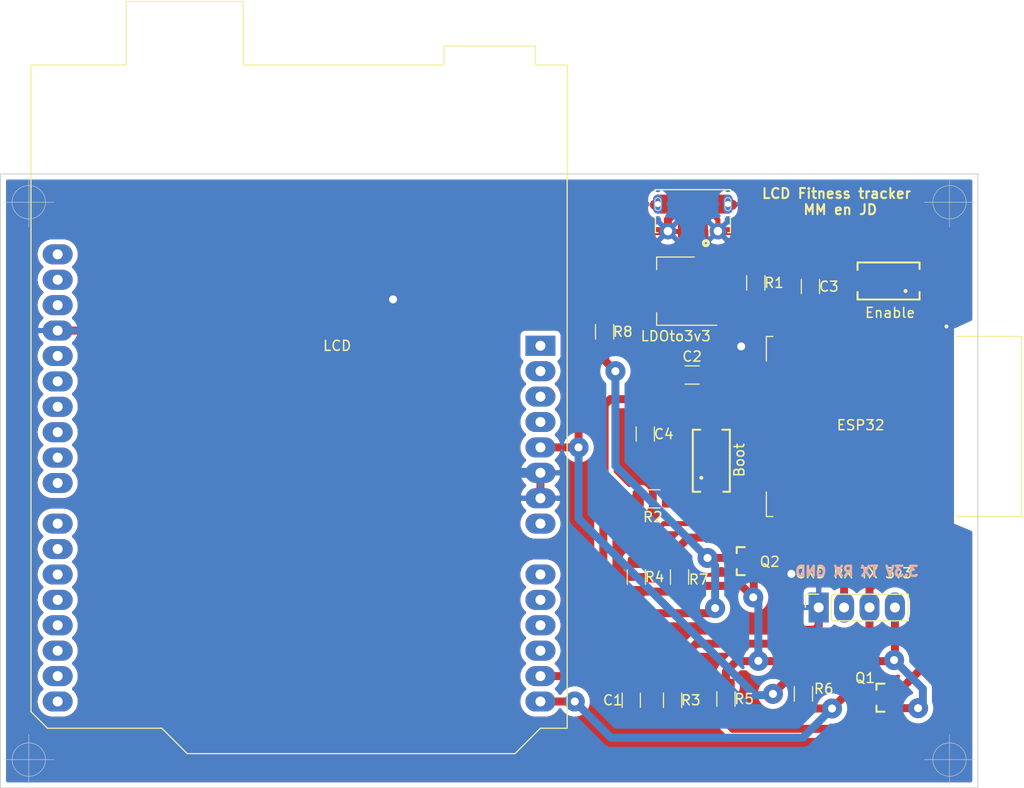
<source format=kicad_pcb>
(kicad_pcb (version 20171130) (host pcbnew "(5.1.7)-1")
  (layers (0 F.Cu signal) (31 B.Cu signal) (34 B.Paste user) (35 F.Paste user) (36 B.SilkS user) (37 F.SilkS user) (38 B.Mask user) (39 F.Mask user) (44 Edge.Cuts user))
  (net 0 "")
  (net 1 "Net-(C1-Pad1)")
  (net 2 GND)
  (net 3 "Net-(C3-Pad1)")
  (net 4 "Net-(BootButton1-Pad1)")
  (net 5 "Net-(R4-Pad1)")
  (net 6 "Net-(U1-Pad4)")
  (net 7 "Net-(U1-Pad5)")
  (net 8 "Net-(U1-Pad6)")
  (net 9 "Net-(U1-Pad7)")
  (net 10 "Net-(U1-Pad8)")
  (net 11 "Net-(U1-Pad9)")
  (net 12 "Net-(U1-Pad10)")
  (net 13 "Net-(U1-Pad11)")
  (net 14 "Net-(U1-Pad12)")
  (net 15 "Net-(U1-Pad13)")
  (net 16 "Net-(U1-Pad14)")
  (net 17 "Net-(U1-Pad16)")
  (net 18 "Net-(U1-Pad23)")
  (net 19 "Net-(U1-Pad24)")
  (net 20 "Net-(U1-Pad26)")
  (net 21 "Net-(U1-Pad27)")
  (net 22 "Net-(U1-Pad28)")
  (net 23 "Net-(U1-Pad30)")
  (net 24 "Net-(U1-Pad31)")
  (net 25 "Net-(U1-Pad37)")
  (net 26 "Net-(A1-Pad16)")
  (net 27 "Net-(A1-Pad15)")
  (net 28 "Net-(A1-Pad30)")
  (net 29 "Net-(A1-Pad14)")
  (net 30 "Net-(A1-Pad13)")
  (net 31 "Net-(A1-Pad28)")
  (net 32 "Net-(A1-Pad12)")
  (net 33 "Net-(A1-Pad27)")
  (net 34 "Net-(A1-Pad11)")
  (net 35 "Net-(A1-Pad26)")
  (net 36 "Net-(A1-Pad10)")
  (net 37 "Net-(A1-Pad25)")
  (net 38 "Net-(A1-Pad9)")
  (net 39 "Net-(A1-Pad24)")
  (net 40 "Net-(A1-Pad8)")
  (net 41 "Net-(A1-Pad23)")
  (net 42 "Net-(A1-Pad22)")
  (net 43 "Net-(A1-Pad21)")
  (net 44 "Net-(A1-Pad5)")
  (net 45 "Net-(A1-Pad20)")
  (net 46 "Net-(A1-Pad4)")
  (net 47 "Net-(A1-Pad19)")
  (net 48 "Net-(A1-Pad3)")
  (net 49 "Net-(A1-Pad18)")
  (net 50 "Net-(A1-Pad2)")
  (net 51 "Net-(A1-Pad17)")
  (net 52 "Net-(A1-Pad1)")
  (net 53 "Net-(A1-Pad31)")
  (net 54 "Net-(A1-Pad32)")
  (net 55 "Net-(micro_usb1-Pad4)")
  (net 56 "Net-(Programmeer_Header1-Pad3)")
  (net 57 "Net-(Programmeer_Header1-Pad2)")
  (net 58 "Net-(Q1-Pad1)")
  (net 59 "Net-(Q2-Pad1)")
  (net 60 "Net-(micro_usb1-Pad3)")
  (net 61 "Net-(micro_usb1-Pad2)")
  (module "ESP32-WROOM-32E__16MB_:MODULE_ESP32-WROOM-32E_(16MB)" (layer F.Cu) (at 197.258 90.8725 270)
    (fp_text reference ESP32 (at -0.131 3.329) (layer F.SilkS))
    (fp_text value "ESP32-WROOM-32E_(16MB)" hide)
    (fp_text user " " (at -6 -9 270) (layer F.Cu) (effects (font (thickness 0.05))))
    (pad 38 smd rect (at 8.5 -5.26 270) (size 2 0.9) (layers F.Cu F.Paste F.Mask) (net 2 GND))
    (pad 37 smd rect (at 8.5 -3.99 270) (size 2 0.9) (layers F.Cu F.Paste F.Mask) (net 25 "Net-(U1-Pad37)"))
    (pad 36 smd rect (at 8.5 -2.72 270) (size 2 0.9) (layers F.Cu F.Paste F.Mask) (net 58 "Net-(Q1-Pad1)"))
    (pad 35 smd rect (at 8.5 -1.45 270) (size 2 0.9) (layers F.Cu F.Paste F.Mask) (net 56 "Net-(Programmeer_Header1-Pad3)"))
    (pad 34 smd rect (at 8.5 -0.18 270) (size 2 0.9) (layers F.Cu F.Paste F.Mask) (net 57 "Net-(Programmeer_Header1-Pad2)"))
    (pad 33 smd rect (at 8.5 1.09 270) (size 2 0.9) (layers F.Cu F.Paste F.Mask) (net 59 "Net-(Q2-Pad1)"))
    (pad 32 smd rect (at 8.5 2.36 270) (size 2 0.9) (layers F.Cu F.Paste F.Mask))
    (pad 31 smd rect (at 8.5 3.63 270) (size 2 0.9) (layers F.Cu F.Paste F.Mask) (net 24 "Net-(U1-Pad31)"))
    (pad 30 smd rect (at 8.5 4.9 270) (size 2 0.9) (layers F.Cu F.Paste F.Mask) (net 23 "Net-(U1-Pad30)"))
    (pad 29 smd rect (at 8.5 6.17 270) (size 2 0.9) (layers F.Cu F.Paste F.Mask) (net 5 "Net-(R4-Pad1)"))
    (pad 28 smd rect (at 8.5 7.44 270) (size 2 0.9) (layers F.Cu F.Paste F.Mask) (net 22 "Net-(U1-Pad28)"))
    (pad 27 smd rect (at 8.5 8.71 270) (size 2 0.9) (layers F.Cu F.Paste F.Mask) (net 21 "Net-(U1-Pad27)"))
    (pad 26 smd rect (at 8.5 9.98 270) (size 2 0.9) (layers F.Cu F.Paste F.Mask) (net 20 "Net-(U1-Pad26)"))
    (pad 25 smd rect (at 8.5 11.25 270) (size 2 0.9) (layers F.Cu F.Paste F.Mask) (net 4 "Net-(BootButton1-Pad1)"))
    (pad 24 smd rect (at 5.715 12.25 270) (size 0.9 2) (layers F.Cu F.Paste F.Mask) (net 19 "Net-(U1-Pad24)"))
    (pad 23 smd rect (at 4.445 12.25 270) (size 0.9 2) (layers F.Cu F.Paste F.Mask) (net 18 "Net-(U1-Pad23)"))
    (pad 22 smd rect (at 3.175 12.25 270) (size 0.9 2) (layers F.Cu F.Paste F.Mask))
    (pad 21 smd rect (at 1.905 12.25 270) (size 0.9 2) (layers F.Cu F.Paste F.Mask))
    (pad 20 smd rect (at 0.635 12.25 270) (size 0.9 2) (layers F.Cu F.Paste F.Mask))
    (pad 19 smd rect (at -0.635 12.25 270) (size 0.9 2) (layers F.Cu F.Paste F.Mask))
    (pad 18 smd rect (at -1.905 12.25 270) (size 0.9 2) (layers F.Cu F.Paste F.Mask))
    (pad 17 smd rect (at -3.175 12.25 270) (size 0.9 2) (layers F.Cu F.Paste F.Mask))
    (pad 16 smd rect (at -4.445 12.25 270) (size 0.9 2) (layers F.Cu F.Paste F.Mask) (net 17 "Net-(U1-Pad16)"))
    (pad 15 smd rect (at -5.715 12.25 270) (size 0.9 2) (layers F.Cu F.Paste F.Mask) (net 2 GND))
    (pad 14 smd rect (at -8.5 11.25 270) (size 2 0.9) (layers F.Cu F.Paste F.Mask) (net 16 "Net-(U1-Pad14)"))
    (pad 13 smd rect (at -8.5 9.98 270) (size 2 0.9) (layers F.Cu F.Paste F.Mask) (net 15 "Net-(U1-Pad13)"))
    (pad 12 smd rect (at -8.5 8.71 270) (size 2 0.9) (layers F.Cu F.Paste F.Mask) (net 14 "Net-(U1-Pad12)"))
    (pad 11 smd rect (at -8.5 7.44 270) (size 2 0.9) (layers F.Cu F.Paste F.Mask) (net 13 "Net-(U1-Pad11)"))
    (pad 10 smd rect (at -8.5 6.17 270) (size 2 0.9) (layers F.Cu F.Paste F.Mask) (net 12 "Net-(U1-Pad10)"))
    (pad 9 smd rect (at -8.5 4.9 270) (size 2 0.9) (layers F.Cu F.Paste F.Mask) (net 11 "Net-(U1-Pad9)"))
    (pad 8 smd rect (at -8.5 3.63 270) (size 2 0.9) (layers F.Cu F.Paste F.Mask) (net 10 "Net-(U1-Pad8)"))
    (pad 7 smd rect (at -8.5 2.36 270) (size 2 0.9) (layers F.Cu F.Paste F.Mask) (net 9 "Net-(U1-Pad7)"))
    (pad 6 smd rect (at -8.5 1.09 270) (size 2 0.9) (layers F.Cu F.Paste F.Mask) (net 8 "Net-(U1-Pad6)"))
    (pad 5 smd rect (at -8.5 -0.18 270) (size 2 0.9) (layers F.Cu F.Paste F.Mask) (net 7 "Net-(U1-Pad5)"))
    (pad 4 smd rect (at -8.5 -1.45 270) (size 2 0.9) (layers F.Cu F.Paste F.Mask) (net 6 "Net-(U1-Pad4)"))
    (pad 3 smd rect (at -8.5 -2.72 270) (size 2 0.9) (layers F.Cu F.Paste F.Mask) (net 3 "Net-(C3-Pad1)"))
    (pad 2 smd rect (at -8.5 -3.99 270) (size 2 0.9) (layers F.Cu F.Paste F.Mask) (net 1 "Net-(C1-Pad1)"))
    (pad 1 smd rect (at -8.5 -5.26 270) (size 2 0.9) (layers F.Cu F.Paste F.Mask) (net 2 GND))
  )
  (module 2N7002:SOT23-3 (layer F.Cu) (at 182.245 104.3305 90)
    (fp_text reference Q2 (at -0.0635 2.6035) (layer F.SilkS))
    (fp_text value 2N7000 hide)
    (pad 1 smd rect (at 0.9525 1 90) (size 0.8 0.9) (layers F.Cu F.Paste F.Mask) (net 59 "Net-(Q2-Pad1)"))
    (pad 2 smd rect (at -0.9525 1.0033 90) (size 0.8 0.9) (layers F.Cu F.Paste F.Mask) (net 1 "Net-(C1-Pad1)"))
    (pad 3 smd rect (at 0 -1.1 270) (size 0.8 0.9) (layers F.Cu F.Paste F.Mask) (net 30 "Net-(A1-Pad13)"))
  )
  (module 2N7002:SOT23-3 (layer F.Cu) (at 196.215 117.983 90)
    (fp_text reference Q1 (at 1.9685 -1.8415 180) (layer F.SilkS))
    (fp_text value 2N7000 hide)
    (pad 3 smd rect (at 0 -1.1 90) (size 0.8 0.9) (layers F.Cu F.Paste F.Mask) (net 29 "Net-(A1-Pad14)"))
    (pad 2 smd rect (at -0.9652 1 90) (size 0.8 0.9) (layers F.Cu F.Paste F.Mask) (net 1 "Net-(C1-Pad1)"))
    (pad 1 smd rect (at 0.9652 1 90) (size 0.8 0.9) (layers F.Cu F.Paste F.Mask) (net 58 "Net-(Q1-Pad1)"))
  )
  (module Module:Arduino_UNO_R3 (layer F.Cu) (at 161.925 82.804 270)
    (fp_text reference LCD (at 0 20.32 180) (layer F.SilkS))
    (fp_text value Arduino_UNO_R3)
    (pad 16 thru_hole oval (at 33.02 48.26) (size 3 2) (drill 1) (layers *.Cu *.Mask) (net 26 "Net-(A1-Pad16)"))
    (pad 15 thru_hole oval (at 35.56 48.26) (size 3 2) (drill 1) (layers *.Cu *.Mask) (net 27 "Net-(A1-Pad15)"))
    (pad 30 thru_hole oval (at -4.06 48.26) (size 3 2) (drill 1) (layers *.Cu *.Mask) (net 28 "Net-(A1-Pad30)"))
    (pad 14 thru_hole oval (at 35.56 0) (size 3 2) (drill 1) (layers *.Cu *.Mask) (net 29 "Net-(A1-Pad14)"))
    (pad 29 thru_hole oval (at -1.52 48.26) (size 3 2) (drill 1) (layers *.Cu *.Mask) (net 2 GND))
    (pad 13 thru_hole oval (at 33.02 0) (size 3 2) (drill 1) (layers *.Cu *.Mask) (net 30 "Net-(A1-Pad13)"))
    (pad 28 thru_hole oval (at 1.02 48.26) (size 3 2) (drill 1) (layers *.Cu *.Mask) (net 31 "Net-(A1-Pad28)"))
    (pad 12 thru_hole oval (at 30.48 0) (size 3 2) (drill 1) (layers *.Cu *.Mask) (net 32 "Net-(A1-Pad12)"))
    (pad 27 thru_hole oval (at 3.56 48.26) (size 3 2) (drill 1) (layers *.Cu *.Mask) (net 33 "Net-(A1-Pad27)"))
    (pad 11 thru_hole oval (at 27.94 0) (size 3 2) (drill 1) (layers *.Cu *.Mask) (net 34 "Net-(A1-Pad11)"))
    (pad 26 thru_hole oval (at 6.1 48.26) (size 3 2) (drill 1) (layers *.Cu *.Mask) (net 35 "Net-(A1-Pad26)"))
    (pad 10 thru_hole oval (at 25.4 0) (size 3 2) (drill 1) (layers *.Cu *.Mask) (net 36 "Net-(A1-Pad10)"))
    (pad 25 thru_hole oval (at 8.64 48.26) (size 3 2) (drill 1) (layers *.Cu *.Mask) (net 37 "Net-(A1-Pad25)"))
    (pad 9 thru_hole oval (at 22.86 0) (size 3 2) (drill 1) (layers *.Cu *.Mask) (net 38 "Net-(A1-Pad9)"))
    (pad 24 thru_hole oval (at 11.18 48.26) (size 3 2) (drill 1) (layers *.Cu *.Mask) (net 39 "Net-(A1-Pad24)"))
    (pad 8 thru_hole oval (at 17.78 0) (size 3 2) (drill 1) (layers *.Cu *.Mask) (net 40 "Net-(A1-Pad8)"))
    (pad 23 thru_hole oval (at 13.72 48.26) (size 3 2) (drill 1) (layers *.Cu *.Mask) (net 41 "Net-(A1-Pad23)"))
    (pad 7 thru_hole oval (at 15.24 0) (size 3 2) (drill 1) (layers *.Cu *.Mask) (net 2 GND))
    (pad 22 thru_hole oval (at 17.78 48.26) (size 3 2) (drill 1) (layers *.Cu *.Mask) (net 42 "Net-(A1-Pad22)"))
    (pad 6 thru_hole oval (at 12.7 0) (size 3 2) (drill 1) (layers *.Cu *.Mask) (net 2 GND))
    (pad 21 thru_hole oval (at 20.32 48.26) (size 3 2) (drill 1) (layers *.Cu *.Mask) (net 43 "Net-(A1-Pad21)"))
    (pad 5 thru_hole oval (at 10.16 0) (size 3 2) (drill 1) (layers *.Cu *.Mask) (net 44 "Net-(A1-Pad5)"))
    (pad 20 thru_hole oval (at 22.86 48.26) (size 3 2) (drill 1) (layers *.Cu *.Mask) (net 45 "Net-(A1-Pad20)"))
    (pad 4 thru_hole oval (at 7.62 0) (size 3 2) (drill 1) (layers *.Cu *.Mask) (net 46 "Net-(A1-Pad4)"))
    (pad 19 thru_hole oval (at 25.4 48.26) (size 3 2) (drill 1) (layers *.Cu *.Mask) (net 47 "Net-(A1-Pad19)"))
    (pad 3 thru_hole oval (at 5.08 0) (size 3 2) (drill 1) (layers *.Cu *.Mask) (net 48 "Net-(A1-Pad3)"))
    (pad 18 thru_hole oval (at 27.94 48.26) (size 3 2) (drill 1) (layers *.Cu *.Mask) (net 49 "Net-(A1-Pad18)"))
    (pad 2 thru_hole oval (at 2.54 0) (size 3 2) (drill 1) (layers *.Cu *.Mask) (net 50 "Net-(A1-Pad2)"))
    (pad 17 thru_hole oval (at 30.48 48.26) (size 3 2) (drill 1) (layers *.Cu *.Mask) (net 51 "Net-(A1-Pad17)"))
    (pad 1 thru_hole rect (at 0 0) (size 3 2) (drill 1) (layers *.Cu *.Mask) (net 52 "Net-(A1-Pad1)"))
    (pad 31 thru_hole oval (at -6.6 48.26) (size 3 2) (drill 1) (layers *.Cu *.Mask) (net 53 "Net-(A1-Pad31)"))
    (pad 32 thru_hole oval (at -9.14 48.26) (size 3 2) (drill 1) (layers *.Cu *.Mask) (net 54 "Net-(A1-Pad32)"))
  )
  (module Connector_PinSocket_2.54mm:PinSocket_1x04_P2.54mm_Vertical (layer F.Cu) (at 189.738 108.966 90)
    (fp_text reference Header hide)
    (fp_text value Conn_01x04_Female)
    (pad 4 thru_hole oval (at 0 7.62 90) (size 3 2) (drill 1) (layers *.Cu *.Mask) (net 1 "Net-(C1-Pad1)"))
    (pad 3 thru_hole oval (at 0 5.08 90) (size 3 2) (drill 1) (layers *.Cu *.Mask) (net 56 "Net-(Programmeer_Header1-Pad3)"))
    (pad 2 thru_hole oval (at 0 2.54 90) (size 3 2) (drill 1) (layers *.Cu *.Mask) (net 57 "Net-(Programmeer_Header1-Pad2)"))
    (pad 1 thru_hole rect (at 0 0 90) (size 3 2) (drill 1) (layers *.Cu *.Mask) (net 2 GND))
  )
  (module 105017-1001:MOLEX_105017-1001 (layer F.Cu) (at 177.165 68.6435 180)
    (fp_text reference micro_usb1 hide)
    (fp_text value 105017-1001 hide)
    (fp_poly (pts (xy 3.5 -0.95) (xy 2.3 -0.95) (xy 2.3 0.95) (xy 3.5 0.95) (xy 3.52486 0.949349) (xy 3.54965 0.947398) (xy 3.57431 0.944152) (xy 3.59876 0.93962) (xy 3.62294 0.933815) (xy 3.64678 0.926752) (xy 3.67022 0.918451) (xy 3.6932 0.908934) (xy 3.71565 0.898228) (xy 3.7375 0.886362) (xy 3.7587 0.873369) (xy 3.7792 0.859283) (xy 3.79893 0.844144) (xy 3.81784 0.827994) (xy 3.83588 0.810876) (xy 3.85299 0.792837) (xy 3.86914 0.773927) (xy 3.88428 0.754198) (xy 3.89837 0.733704) (xy 3.91136 0.7125) (xy 3.92323 0.690645) (xy 3.93393 0.6682) (xy 3.94345 0.645225) (xy 3.95175 0.621783) (xy 3.95881 0.597939) (xy 3.96462 0.573758) (xy 3.96915 0.549306) (xy 3.9724 0.524651) (xy 3.97435 0.49986) (xy 3.975 0.475) (xy 3.975 -0.475) (xy 3.97435 -0.49986) (xy 3.9724 -0.524651) (xy 3.96915 -0.549306) (xy 3.96462 -0.573758) (xy 3.95881 -0.597939) (xy 3.95175 -0.621783) (xy 3.94345 -0.645225) (xy 3.93393 -0.6682) (xy 3.92323 -0.690645) (xy 3.91136 -0.7125) (xy 3.89837 -0.733704) (xy 3.88428 -0.754198) (xy 3.86914 -0.773927) (xy 3.85299 -0.792837) (xy 3.83588 -0.810876) (xy 3.81784 -0.827994) (xy 3.79893 -0.844144) (xy 3.7792 -0.859283) (xy 3.7587 -0.873369) (xy 3.7375 -0.886362) (xy 3.71565 -0.898228) (xy 3.6932 -0.908934) (xy 3.67022 -0.918451) (xy 3.64678 -0.926752) (xy 3.62294 -0.933815) (xy 3.59876 -0.93962) (xy 3.57431 -0.944152) (xy 3.54965 -0.947398) (xy 3.52486 -0.949349)) (layer F.Cu) (width 0.0001))
    (fp_poly (pts (xy -3.5 -0.95) (xy -2.3 -0.95) (xy -2.3 0.95) (xy -3.5 0.95) (xy -3.52486 0.949349) (xy -3.54965 0.947398) (xy -3.57431 0.944152) (xy -3.59876 0.93962) (xy -3.62294 0.933815) (xy -3.64678 0.926752) (xy -3.67022 0.918451) (xy -3.6932 0.908934) (xy -3.71565 0.898228) (xy -3.7375 0.886362) (xy -3.7587 0.873369) (xy -3.7792 0.859283) (xy -3.79893 0.844144) (xy -3.81784 0.827994) (xy -3.83588 0.810876) (xy -3.85299 0.792837) (xy -3.86914 0.773927) (xy -3.88428 0.754198) (xy -3.89837 0.733704) (xy -3.91136 0.7125) (xy -3.92323 0.690645) (xy -3.93393 0.6682) (xy -3.94345 0.645225) (xy -3.95175 0.621783) (xy -3.95881 0.597939) (xy -3.96462 0.573758) (xy -3.96915 0.549306) (xy -3.9724 0.524651) (xy -3.97435 0.49986) (xy -3.975 0.475) (xy -3.975 -0.475) (xy -3.97435 -0.49986) (xy -3.9724 -0.524651) (xy -3.96915 -0.549306) (xy -3.96462 -0.573758) (xy -3.95881 -0.597939) (xy -3.95175 -0.621783) (xy -3.94345 -0.645225) (xy -3.93393 -0.6682) (xy -3.92323 -0.690645) (xy -3.91136 -0.7125) (xy -3.89837 -0.733704) (xy -3.88428 -0.754198) (xy -3.86914 -0.773927) (xy -3.85299 -0.792837) (xy -3.83588 -0.810876) (xy -3.81784 -0.827994) (xy -3.79893 -0.844144) (xy -3.7792 -0.859283) (xy -3.7587 -0.873369) (xy -3.7375 -0.886362) (xy -3.71565 -0.898228) (xy -3.6932 -0.908934) (xy -3.67022 -0.918451) (xy -3.64678 -0.926752) (xy -3.62294 -0.933815) (xy -3.59876 -0.93962) (xy -3.57431 -0.944152) (xy -3.54965 -0.947398) (xy -3.52486 -0.949349)) (layer F.Cu) (width 0.0001))
    (fp_line (start 3.2 0.35) (end 3.2 -0.35) (layer Edge.Cuts) (width 0.1))
    (fp_line (start 3.8 -0.35) (end 3.8 0.35) (layer Edge.Cuts) (width 0.1))
    (fp_line (start -3.8 0.35) (end -3.8 -0.35) (layer Edge.Cuts) (width 0.1))
    (fp_line (start -3.2 -0.35) (end -3.2 0.35) (layer Edge.Cuts) (width 0.1))
    (fp_arc (start -3.5 -0.35) (end -3.2 -0.35) (angle -180) (layer Edge.Cuts) (width 0.1))
    (fp_arc (start -3.5 0.35) (end -3.8 0.35) (angle -180) (layer Edge.Cuts) (width 0.1))
    (fp_arc (start 3.5 -0.35) (end 3.8 -0.35) (angle -180) (layer Edge.Cuts) (width 0.1))
    (fp_arc (start 3.5 0.35) (end 3.2 0.35) (angle -180) (layer Edge.Cuts) (width 0.1))
    (fp_text user " " (at 4.25346 2.25183) (layer F.Cu) (effects (font (thickness 0.05))))
    (pad S1 thru_hole oval (at -3.5 0 270) (size 1.9 0.95) (drill 0.6) (layers *.Cu *.Mask) (net 2 GND))
    (pad S2 thru_hole oval (at 3.5 0 270) (size 1.9 0.95) (drill 0.6) (layers *.Cu *.Mask) (net 2 GND))
    (pad S5 smd rect (at -1 0 180) (size 1.5 1.9) (layers F.Cu F.Paste F.Mask) (net 2 GND))
    (pad S6 smd rect (at 1 0 180) (size 1.5 1.9) (layers F.Cu F.Paste F.Mask) (net 2 GND))
    (pad S3 thru_hole circle (at -2.5 -2.7 180) (size 1.65 1.65) (drill 0.85) (layers *.Cu *.Mask) (net 2 GND))
    (pad S4 thru_hole circle (at 2.5 -2.7 180) (size 1.65 1.65) (drill 0.85) (layers *.Cu *.Mask) (net 2 GND))
    (pad 1 smd rect (at -1.3 -2.675 180) (size 0.4 1.35) (layers F.Cu F.Paste F.Mask) (net 44 "Net-(A1-Pad5)"))
    (pad 2 smd rect (at -0.65 -2.675 180) (size 0.4 1.35) (layers F.Cu F.Paste F.Mask) (net 61 "Net-(micro_usb1-Pad2)"))
    (pad 3 smd rect (at 0 -2.675 180) (size 0.4 1.35) (layers F.Cu F.Paste F.Mask) (net 60 "Net-(micro_usb1-Pad3)"))
    (pad 4 smd rect (at 0.65 -2.675 180) (size 0.4 1.35) (layers F.Cu F.Paste F.Mask) (net 55 "Net-(micro_usb1-Pad4)"))
    (pad 5 smd rect (at 1.3 -2.675 180) (size 0.4 1.35) (layers F.Cu F.Paste F.Mask) (net 2 GND))
  )
  (module Capacitor_SMD:C_1206_3216Metric (layer F.Cu) (at 188.9125 76.884 270)
    (fp_text reference C3 (at 0 -1.85 180) (layer F.SilkS))
    (fp_text value 100nF)
    (pad 2 smd roundrect (at 1.475 0 270) (size 1.15 1.8) (layers F.Cu F.Paste F.Mask) (roundrect_rratio 0.2173904347826087) (net 2 GND))
    (pad 1 smd roundrect (at -1.475 0 270) (size 1.15 1.8) (layers F.Cu F.Paste F.Mask) (roundrect_rratio 0.2173904347826087) (net 3 "Net-(C3-Pad1)"))
  )
  (module Resistor_SMD:R_1206_3216Metric (layer F.Cu) (at 168.3385 81.405 270)
    (fp_text reference R8 (at 0 -1.82 180) (layer F.SilkS))
    (fp_text value 10k)
    (pad 2 smd roundrect (at 1.4625 0 270) (size 1.125 1.75) (layers F.Cu F.Paste F.Mask) (roundrect_rratio 0.2222195555555556) (net 30 "Net-(A1-Pad13)"))
    (pad 1 smd roundrect (at -1.4625 0 270) (size 1.125 1.75) (layers F.Cu F.Paste F.Mask) (roundrect_rratio 0.2222195555555556) (net 44 "Net-(A1-Pad5)"))
  )
  (module Resistor_SMD:R_1206_3216Metric (layer F.Cu) (at 175.8315 105.918 90)
    (fp_text reference R7 (at -0.254 1.905 180) (layer F.SilkS))
    (fp_text value 10k)
    (pad 2 smd roundrect (at 1.4625 0 90) (size 1.125 1.75) (layers F.Cu F.Paste F.Mask) (roundrect_rratio 0.2222195555555556) (net 59 "Net-(Q2-Pad1)"))
    (pad 1 smd roundrect (at -1.4625 0 90) (size 1.125 1.75) (layers F.Cu F.Paste F.Mask) (roundrect_rratio 0.2222195555555556) (net 1 "Net-(C1-Pad1)"))
  )
  (module Resistor_SMD:R_1206_3216Metric (layer F.Cu) (at 188.214 117.6 270)
    (fp_text reference R6 (at -0.506 -2.032 180) (layer F.SilkS))
    (fp_text value 10k)
    (pad 2 smd roundrect (at 1.4625 0 270) (size 1.125 1.75) (layers F.Cu F.Paste F.Mask) (roundrect_rratio 0.2222195555555556) (net 29 "Net-(A1-Pad14)"))
    (pad 1 smd roundrect (at -1.4625 0 270) (size 1.125 1.75) (layers F.Cu F.Paste F.Mask) (roundrect_rratio 0.2222195555555556) (net 44 "Net-(A1-Pad5)"))
  )
  (module Resistor_SMD:R_1206_3216Metric (layer F.Cu) (at 180.467 118.112 270)
    (fp_text reference R5 (at 0 -1.82 180) (layer F.SilkS))
    (fp_text value 10k)
    (pad 2 smd roundrect (at 1.4625 0 270) (size 1.125 1.75) (layers F.Cu F.Paste F.Mask) (roundrect_rratio 0.2222195555555556) (net 58 "Net-(Q1-Pad1)"))
    (pad 1 smd roundrect (at -1.4625 0 270) (size 1.125 1.75) (layers F.Cu F.Paste F.Mask) (roundrect_rratio 0.2222195555555556) (net 1 "Net-(C1-Pad1)"))
  )
  (module Resistor_SMD:R_1206_3216Metric (layer F.Cu) (at 171.5135 105.916 270)
    (fp_text reference R4 (at 0 -1.82 180) (layer F.SilkS))
    (fp_text value 4.7k)
    (pad 2 smd roundrect (at 1.4625 0 270) (size 1.125 1.75) (layers F.Cu F.Paste F.Mask) (roundrect_rratio 0.2222195555555556) (net 1 "Net-(C1-Pad1)"))
    (pad 1 smd roundrect (at -1.4625 0 270) (size 1.125 1.75) (layers F.Cu F.Paste F.Mask) (roundrect_rratio 0.2222195555555556) (net 5 "Net-(R4-Pad1)"))
  )
  (module Resistor_SMD:R_1206_3216Metric (layer F.Cu) (at 175.133 118.237 270)
    (fp_text reference R3 (at 0 -1.82 180) (layer F.SilkS))
    (fp_text value 4.7k)
    (pad 2 smd roundrect (at 1.4625 0 270) (size 1.125 1.75) (layers F.Cu F.Paste F.Mask) (roundrect_rratio 0.2222195555555556) (net 1 "Net-(C1-Pad1)"))
    (pad 1 smd roundrect (at -1.4625 0 270) (size 1.125 1.75) (layers F.Cu F.Paste F.Mask) (roundrect_rratio 0.2222195555555556) (net 56 "Net-(Programmeer_Header1-Pad3)"))
  )
  (module Resistor_SMD:R_1206_3216Metric (layer F.Cu) (at 173.1625 98.1075 180)
    (fp_text reference R2 (at 0 -1.82) (layer F.SilkS))
    (fp_text value 4.7k)
    (pad 1 smd roundrect (at -1.4625 0 180) (size 1.125 1.75) (layers F.Cu F.Paste F.Mask) (roundrect_rratio 0.2222195555555556) (net 4 "Net-(BootButton1-Pad1)"))
    (pad 2 smd roundrect (at 1.4625 0 180) (size 1.125 1.75) (layers F.Cu F.Paste F.Mask) (roundrect_rratio 0.2222195555555556) (net 1 "Net-(C1-Pad1)"))
  )
  (module Resistor_SMD:R_1206_3216Metric (layer F.Cu) (at 183.4515 76.5155 270)
    (fp_text reference R1 (at 0 -1.82 180) (layer F.SilkS))
    (fp_text value 4.7k)
    (pad 2 smd roundrect (at 1.4625 0 270) (size 1.125 1.75) (layers F.Cu F.Paste F.Mask) (roundrect_rratio 0.2222195555555556) (net 3 "Net-(C3-Pad1)"))
    (pad 1 smd roundrect (at -1.4625 0 270) (size 1.125 1.75) (layers F.Cu F.Paste F.Mask) (roundrect_rratio 0.2222195555555556) (net 1 "Net-(C1-Pad1)"))
  )
  (module Package_TO_SOT_SMD:SOT-223-3_TabPin2 (layer F.Cu) (at 175.4505 77.343 180)
    (fp_text reference LDOto3v3 (at 0 -4.5) (layer F.SilkS))
    (fp_text value AMS1117-3.3)
    (pad 1 smd rect (at -3.15 -2.3 180) (size 2 1.5) (layers F.Cu F.Paste F.Mask) (net 2 GND))
    (pad 3 smd rect (at -3.15 2.3 180) (size 2 1.5) (layers F.Cu F.Paste F.Mask) (net 44 "Net-(A1-Pad5)"))
    (pad 2 smd rect (at -3.15 0 180) (size 2 1.5) (layers F.Cu F.Paste F.Mask) (net 1 "Net-(C1-Pad1)"))
    (pad 2 smd rect (at 3.15 0 180) (size 2 3.8) (layers F.Cu F.Paste F.Mask) (net 1 "Net-(C1-Pad1)"))
  )
  (module 434111043826:434111043826 (layer F.Cu) (at 196.723 76.327 180)
    (fp_text reference Enable (at -0.1556 -3.1769) (layer F.SilkS))
    (fp_text value 434111043826 hide)
    (pad 1 smd rect (at -3.35 0 180) (size 2.3 1.5) (layers F.Cu F.Paste F.Mask) (net 2 GND))
    (pad 2 smd rect (at 3.35 0 180) (size 2.3 1.5) (layers F.Cu F.Paste F.Mask) (net 3 "Net-(C3-Pad1)"))
  )
  (module Capacitor_SMD:C_1206_3216Metric (layer F.Cu) (at 172.4025 91.6305 270)
    (fp_text reference C4 (at 0 -1.85 180) (layer F.SilkS))
    (fp_text value 100nF)
    (pad 2 smd roundrect (at 1.475 0 270) (size 1.15 1.8) (layers F.Cu F.Paste F.Mask) (roundrect_rratio 0.2173904347826087) (net 4 "Net-(BootButton1-Pad1)"))
    (pad 1 smd roundrect (at -1.475 0 270) (size 1.15 1.8) (layers F.Cu F.Paste F.Mask) (roundrect_rratio 0.2173904347826087) (net 2 GND))
  )
  (module Capacitor_SMD:C_1206_3216Metric (layer F.Cu) (at 177.087 85.725)
    (fp_text reference C2 (at 0 -1.85) (layer F.SilkS))
    (fp_text value 100nF)
    (pad 2 smd roundrect (at 1.475 0) (size 1.15 1.8) (layers F.Cu F.Paste F.Mask) (roundrect_rratio 0.2173904347826087) (net 2 GND))
    (pad 1 smd roundrect (at -1.475 0) (size 1.15 1.8) (layers F.Cu F.Paste F.Mask) (roundrect_rratio 0.2173904347826087) (net 1 "Net-(C1-Pad1)"))
  )
  (module Capacitor_SMD:C_1206_3216Metric (layer F.Cu) (at 171.0055 118.237 90)
    (fp_text reference C1 (at 0 -1.85 180) (layer F.SilkS))
    (fp_text value 100nF)
    (pad 2 smd roundrect (at 1.475 0 90) (size 1.15 1.8) (layers F.Cu F.Paste F.Mask) (roundrect_rratio 0.2173904347826087) (net 2 GND))
    (pad 1 smd roundrect (at -1.475 0 90) (size 1.15 1.8) (layers F.Cu F.Paste F.Mask) (roundrect_rratio 0.2173904347826087) (net 1 "Net-(C1-Pad1)"))
  )
  (module 434111043826:434111043826 (layer F.Cu) (at 179.0065 94.2975 90)
    (fp_text reference Boot (at 0.0635 2.794 90) (layer F.SilkS))
    (fp_text value 434111043826 hide)
    (pad 1 smd rect (at -3.35 0 90) (size 2.3 1.5) (layers F.Cu F.Paste F.Mask) (net 4 "Net-(BootButton1-Pad1)"))
    (pad 2 smd rect (at 3.35 0 90) (size 2.3 1.5) (layers F.Cu F.Paste F.Mask) (net 2 GND))
  )
  (gr_text "GND RX TX 3v3" (at 193.2305 105.537) (layer F.SilkS) (effects (font (size 1 1))))
  (gr_text "3.3V TX RX GND " (at 193.167 105.3465) (layer B.SilkS) (effects (font (size 1 1) (thickness 0.25)) (justify mirror)))
  (target plus (at 202.816573 68.453427) (size 5) (width 0.05) (layer Edge.Cuts))
  (gr_text "LCD Fitness tracker \nMM en JD" (at 191.897 68.3895) (layer F.SilkS) (effects (font (size 1 1) (thickness 0.2))))
  (target plus (at 110.778427 68.453427) (size 5) (width 0.05) (layer Edge.Cuts))
  (target plus (at 202.816573 124.171573) (size 5) (width 0.05) (layer Edge.Cuts))
  (target plus (at 110.778427 124.171573) (size 5) (width 0.05) (layer Edge.Cuts))
  (gr_line (start 205.645 65.625) (end 205.645 127) (layer Edge.Cuts) (width 0.1))
  (gr_line (start 107.95 65.625) (end 205.645 65.625) (layer Edge.Cuts) (width 0.1))
  (gr_line (start 107.95 127) (end 107.95 65.625) (layer Edge.Cuts) (width 0.1))
  (gr_line (start 205.645 127) (end 107.95 127) (layer Edge.Cuts) (width 0.1))
  (segment (start 195.738 114.331) (end 195.738 114.142) (width 0.25) (layer F.Cu) (net 1))
  (segment (start 197.358 114.142) (end 197.358 108.966) (width 0.8) (layer F.Cu) (net 1))
  (segment (start 195.738 114.331) (end 184.881 114.331) (width 0.8) (layer F.Cu) (net 1))
  (segment (start 180.467 116.6495) (end 179.324 116.6495) (width 0.7) (layer F.Cu) (net 1))
  (segment (start 179.324 116.6495) (end 178.054 117.9195) (width 0.7) (layer F.Cu) (net 1))
  (via (at 183.7055 114.3) (size 2) (drill 0.8) (layers F.Cu B.Cu) (net 1))
  (via (at 183.1975 107.95) (size 2) (drill 0.8) (layers F.Cu B.Cu) (net 1))
  (segment (start 176.2085 107.3785) (end 176.2125 107.3825) (width 0.25) (layer F.Cu) (net 1))
  (segment (start 171.5135 107.3785) (end 176.2085 107.3785) (width 0.8) (layer F.Cu) (net 1))
  (segment (start 180.467 116.6495) (end 180.467 115.3795) (width 0.8) (layer F.Cu) (net 1))
  (segment (start 181.5155 114.331) (end 184.881 114.331) (width 0.8) (layer F.Cu) (net 1))
  (segment (start 180.467 115.3795) (end 181.5155 114.331) (width 0.8) (layer F.Cu) (net 1))
  (segment (start 171.7 98.1075) (end 170.6245 98.1075) (width 0.8) (layer F.Cu) (net 1))
  (segment (start 168.2115 100.5205) (end 168.2115 106.6165) (width 0.8) (layer F.Cu) (net 1))
  (segment (start 168.9735 107.3785) (end 171.5135 107.3785) (width 0.8) (layer F.Cu) (net 1))
  (segment (start 168.2115 106.6165) (end 168.9735 107.3785) (width 0.8) (layer F.Cu) (net 1))
  (segment (start 170.6245 98.1075) (end 168.2115 100.5205) (width 0.8) (layer F.Cu) (net 1))
  (segment (start 168.3385 95.8215) (end 170.6245 98.1075) (width 0.8) (layer F.Cu) (net 1))
  (segment (start 168.3385 95.8215) (end 168.3385 89.027) (width 0.8) (layer F.Cu) (net 1))
  (segment (start 183.7055 114.3) (end 183.7055 108.9025) (width 0.8) (layer B.Cu) (net 1))
  (segment (start 168.3385 89.027) (end 168.3385 88.7095) (width 0.8) (layer F.Cu) (net 1))
  (segment (start 168.3385 88.7095) (end 168.91 88.138) (width 0.8) (layer F.Cu) (net 1))
  (segment (start 168.91 88.138) (end 171.7675 88.138) (width 0.8) (layer F.Cu) (net 1))
  (segment (start 171.7675 88.138) (end 174.1805 85.725) (width 0.8) (layer F.Cu) (net 1))
  (segment (start 197.169 114.331) (end 197.279 114.221) (width 0.7) (layer F.Cu) (net 1))
  (segment (start 195.738 114.331) (end 197.169 114.331) (width 0.8) (layer F.Cu) (net 1))
  (segment (start 197.279 114.221) (end 197.358 114.142) (width 0.7) (layer F.Cu) (net 1))
  (via (at 197.279 114.221) (size 2) (drill 0.8) (layers F.Cu B.Cu) (net 1))
  (segment (start 197.279 114.221) (end 200.152 117.094) (width 0.8) (layer B.Cu) (net 1))
  (segment (start 200.152 117.094) (end 200.152 118.5545) (width 0.8) (layer B.Cu) (net 1))
  (segment (start 200.152 118.5545) (end 199.67575 119.03075) (width 0.8) (layer B.Cu) (net 1))
  (segment (start 199.67575 119.03075) (end 199.644 119.0625) (width 0.25) (layer B.Cu) (net 1))
  (via (at 199.67575 119.03075) (size 2) (drill 0.8) (layers F.Cu B.Cu) (net 1))
  (segment (start 197.29755 119.03075) (end 197.215 118.9482) (width 0.8) (layer F.Cu) (net 1))
  (segment (start 199.67575 119.03075) (end 197.29755 119.03075) (width 0.8) (layer F.Cu) (net 1))
  (segment (start 183.134 107.8865) (end 183.1975 107.95) (width 1) (layer F.Cu) (net 1))
  (segment (start 183.2483 107.8992) (end 183.1975 107.95) (width 1) (layer F.Cu) (net 1))
  (segment (start 183.2483 105.283) (end 183.2483 107.8992) (width 0.8) (layer F.Cu) (net 1))
  (segment (start 183.1975 107.95) (end 182.0545 106.807) (width 0.8) (layer F.Cu) (net 1))
  (segment (start 175.8315 107.3805) (end 177.2265 107.3805) (width 0.8) (layer F.Cu) (net 1))
  (segment (start 177.8 106.807) (end 182.0545 106.807) (width 0.8) (layer F.Cu) (net 1))
  (segment (start 177.2265 107.3805) (end 177.8 106.807) (width 0.8) (layer F.Cu) (net 1))
  (segment (start 183.4515 73.66) (end 183.4515 75.053) (width 0.5) (layer F.Cu) (net 1))
  (segment (start 195.1355 72.9615) (end 184.15 72.9615) (width 0.5) (layer F.Cu) (net 1))
  (segment (start 196.977 74.803) (end 195.1355 72.9615) (width 0.5) (layer F.Cu) (net 1))
  (segment (start 196.977 78.1685) (end 196.977 74.803) (width 0.5) (layer F.Cu) (net 1))
  (segment (start 197.866 79.0575) (end 196.977 78.1685) (width 0.5) (layer F.Cu) (net 1))
  (segment (start 199.8345 79.0575) (end 197.866 79.0575) (width 0.5) (layer F.Cu) (net 1))
  (segment (start 201.248 80.471) (end 199.8345 79.0575) (width 0.5) (layer F.Cu) (net 1))
  (segment (start 184.15 72.9615) (end 183.4515 73.66) (width 0.5) (layer F.Cu) (net 1))
  (segment (start 201.248 82.3725) (end 201.248 80.471) (width 0.5) (layer F.Cu) (net 1))
  (segment (start 178.6005 77.343) (end 179.5145 77.343) (width 0.8) (layer F.Cu) (net 1))
  (segment (start 181.8045 75.053) (end 183.4515 75.053) (width 0.8) (layer F.Cu) (net 1))
  (segment (start 179.5145 77.343) (end 181.8045 75.053) (width 0.8) (layer F.Cu) (net 1))
  (segment (start 172.3005 77.343) (end 178.6005 77.343) (width 0.8) (layer F.Cu) (net 1))
  (segment (start 174.1805 85.725) (end 175.612 85.725) (width 0.8) (layer F.Cu) (net 1))
  (segment (start 172.3005 83.845) (end 174.1805 85.725) (width 0.8) (layer F.Cu) (net 1))
  (segment (start 172.3005 77.343) (end 172.3005 83.845) (width 0.8) (layer F.Cu) (net 1))
  (segment (start 175.1205 119.712) (end 175.133 119.6995) (width 0.25) (layer F.Cu) (net 1))
  (segment (start 171.0055 119.712) (end 175.1205 119.712) (width 0.8) (layer F.Cu) (net 1))
  (segment (start 176.274 119.6995) (end 178.054 117.9195) (width 0.8) (layer F.Cu) (net 1))
  (segment (start 175.133 119.6995) (end 176.274 119.6995) (width 0.8) (layer F.Cu) (net 1))
  (segment (start 183.7055 108.458) (end 183.1975 107.95) (width 0.8) (layer B.Cu) (net 1))
  (segment (start 183.7055 108.9025) (end 183.7055 108.458) (width 0.8) (layer B.Cu) (net 1))
  (segment (start 150.749 95.504) (end 161.925 95.504) (width 0.8) (layer F.Cu) (net 2))
  (segment (start 147.443 92.198) (end 150.749 95.504) (width 0.8) (layer F.Cu) (net 2))
  (segment (start 147.443 92.198) (end 147.447 92.202) (width 0.25) (layer F.Cu) (net 2))
  (segment (start 179.0065 90.9475) (end 179.0065 89.2175) (width 0.8) (layer F.Cu) (net 2))
  (segment (start 183.0665 85.1575) (end 185.008 85.1575) (width 0.8) (layer F.Cu) (net 2))
  (segment (start 179.0065 89.2175) (end 183.0665 85.1575) (width 0.8) (layer F.Cu) (net 2))
  (segment (start 172.4025 90.1555) (end 174.674 90.1555) (width 0.8) (layer F.Cu) (net 2))
  (segment (start 175.466 90.9475) (end 179.0065 90.9475) (width 0.8) (layer F.Cu) (net 2))
  (segment (start 174.674 90.1555) (end 175.466 90.9475) (width 0.8) (layer F.Cu) (net 2))
  (segment (start 147.443 77.9185) (end 147.443 92.198) (width 0.8) (layer F.Cu) (net 2))
  (segment (start 147.443 77.9185) (end 147.193 78.1685) (width 1) (layer F.Cu) (net 2))
  (segment (start 147.443 92.198) (end 147.443 110.867) (width 0.8) (layer F.Cu) (net 2))
  (segment (start 147.443 110.867) (end 159.385 122.809) (width 0.8) (layer F.Cu) (net 2))
  (segment (start 159.385 122.809) (end 163.703 122.809) (width 0.8) (layer F.Cu) (net 2))
  (segment (start 179.665 70.207) (end 178.165 68.707) (width 0.5) (layer F.Cu) (net 2))
  (segment (start 179.665 71.407) (end 179.665 70.207) (width 0.5) (layer F.Cu) (net 2))
  (segment (start 178.165 68.707) (end 176.165 68.707) (width 0.25) (layer F.Cu) (net 2))
  (segment (start 174.665 70.207) (end 176.165 68.707) (width 0.8) (layer F.Cu) (net 2))
  (segment (start 174.665 71.407) (end 174.665 70.207) (width 0.8) (layer F.Cu) (net 2))
  (segment (start 173.3565 68.707) (end 181.102 68.707) (width 1) (layer F.Cu) (net 2))
  (segment (start 189.738 110.8075) (end 189.738 108.966) (width 0.8) (layer F.Cu) (net 2))
  (segment (start 189.357 111.1885) (end 189.738 110.8075) (width 0.8) (layer F.Cu) (net 2))
  (segment (start 173.863 111.1885) (end 189.357 111.1885) (width 0.8) (layer F.Cu) (net 2))
  (segment (start 174.69 71.382) (end 174.665 71.407) (width 0.8) (layer F.Cu) (net 2))
  (segment (start 175.865 71.382) (end 174.69 71.382) (width 0.5) (layer F.Cu) (net 2))
  (segment (start 163.703 122.809) (end 164.4015 122.809) (width 0.8) (layer F.Cu) (net 2))
  (segment (start 164.4015 122.809) (end 168.3385 118.872) (width 0.8) (layer F.Cu) (net 2))
  (segment (start 168.3385 116.713) (end 169.799 115.2525) (width 0.8) (layer F.Cu) (net 2))
  (segment (start 168.3385 118.872) (end 168.3385 116.713) (width 0.8) (layer F.Cu) (net 2))
  (segment (start 171.0055 116.762) (end 171.0055 114.046) (width 0.8) (layer F.Cu) (net 2))
  (segment (start 171.0055 114.046) (end 173.863 111.1885) (width 0.8) (layer F.Cu) (net 2))
  (segment (start 169.799 115.2525) (end 171.0055 114.046) (width 0.8) (layer F.Cu) (net 2))
  (via (at 147.193 78.1685) (size 2) (drill 0.8) (layers F.Cu B.Cu) (net 2))
  (segment (start 147.193 78.1685) (end 147.193 84.836) (width 0.8) (layer B.Cu) (net 2))
  (segment (start 157.861 95.504) (end 161.925 95.504) (width 1) (layer B.Cu) (net 2))
  (segment (start 147.193 84.836) (end 157.861 95.504) (width 0.8) (layer B.Cu) (net 2))
  (segment (start 147.193 78.1685) (end 125.6665 78.1685) (width 0.8) (layer F.Cu) (net 2))
  (segment (start 122.551 81.284) (end 113.665 81.284) (width 0.8) (layer F.Cu) (net 2))
  (segment (start 125.6665 78.1685) (end 122.551 81.284) (width 0.8) (layer F.Cu) (net 2))
  (segment (start 161.925 95.504) (end 161.925 98.044) (width 0.8) (layer F.Cu) (net 2))
  (segment (start 200.073 76.327) (end 201.549 76.327) (width 0.5) (layer F.Cu) (net 2))
  (segment (start 202.518 77.296) (end 202.518 82.3725) (width 0.5) (layer F.Cu) (net 2))
  (segment (start 201.549 76.327) (end 202.518 77.296) (width 0.5) (layer F.Cu) (net 2))
  (segment (start 200.073 76.327) (end 200.073 74.851) (width 0.8) (layer F.Cu) (net 2))
  (segment (start 196.5655 71.3435) (end 179.665 71.3435) (width 0.8) (layer F.Cu) (net 2))
  (segment (start 200.073 74.851) (end 196.5655 71.3435) (width 0.8) (layer F.Cu) (net 2))
  (segment (start 178.6005 85.6865) (end 178.562 85.725) (width 0.25) (layer F.Cu) (net 2))
  (segment (start 178.6005 79.643) (end 178.6005 85.6865) (width 0.8) (layer F.Cu) (net 2))
  (segment (start 178.562 88.773) (end 178.562 85.725) (width 0.8) (layer F.Cu) (net 2))
  (segment (start 179.0065 89.2175) (end 178.562 88.773) (width 0.8) (layer F.Cu) (net 2))
  (segment (start 187.6285 79.643) (end 188.9125 78.359) (width 0.8) (layer F.Cu) (net 2))
  (segment (start 178.6005 79.643) (end 187.6285 79.643) (width 0.8) (layer F.Cu) (net 2))
  (segment (start 147.193 78.1685) (end 161.2265 78.1685) (width 0.8) (layer F.Cu) (net 2))
  (segment (start 168.0515 71.3435) (end 174.665 71.3435) (width 0.8) (layer F.Cu) (net 2))
  (segment (start 161.2265 78.1685) (end 168.0515 71.3435) (width 0.8) (layer F.Cu) (net 2))
  (segment (start 202.464 83.6765) (end 202.518 83.6765) (width 0.25) (layer F.Cu) (net 2))
  (segment (start 200.983 85.1575) (end 202.464 83.6765) (width 0.8) (layer F.Cu) (net 2))
  (segment (start 185.008 85.1575) (end 200.983 85.1575) (width 0.8) (layer F.Cu) (net 2))
  (segment (start 202.518 83.6765) (end 202.518 99.3725) (width 0.8) (layer F.Cu) (net 2))
  (segment (start 202.518 82.3725) (end 202.518 83.6765) (width 0.8) (layer F.Cu) (net 2))
  (via (at 181.991 82.8675) (size 2) (drill 0.8) (layers F.Cu B.Cu) (net 2))
  (via (at 187.0075 105.6005) (size 2) (drill 0.8) (layers F.Cu B.Cu) (net 2))
  (segment (start 199.978 82.3725) (end 199.978 80.725) (width 0.5) (layer F.Cu) (net 3))
  (segment (start 199.978 80.725) (end 199.1995 79.9465) (width 0.5) (layer F.Cu) (net 3))
  (segment (start 199.1995 79.9465) (end 195.1355 79.9465) (width 0.5) (layer F.Cu) (net 3))
  (segment (start 193.373 78.184) (end 193.373 76.327) (width 0.5) (layer F.Cu) (net 3))
  (segment (start 195.1355 79.9465) (end 193.373 78.184) (width 0.5) (layer F.Cu) (net 3))
  (segment (start 193.373 76.327) (end 193.373 76.2155) (width 0.25) (layer F.Cu) (net 3))
  (segment (start 192.5665 75.409) (end 188.9125 75.409) (width 0.8) (layer F.Cu) (net 3))
  (segment (start 193.373 76.2155) (end 192.5665 75.409) (width 0.8) (layer F.Cu) (net 3))
  (segment (start 183.4515 77.978) (end 184.531 77.978) (width 0.8) (layer F.Cu) (net 3))
  (segment (start 187.1 75.409) (end 188.9125 75.409) (width 0.8) (layer F.Cu) (net 3))
  (segment (start 184.531 77.978) (end 187.1 75.409) (width 0.8) (layer F.Cu) (net 3))
  (segment (start 174.625 98.1075) (end 174.625 94.488) (width 0.8) (layer F.Cu) (net 4))
  (segment (start 173.2425 93.1055) (end 172.4025 93.1055) (width 0.8) (layer F.Cu) (net 4))
  (segment (start 174.625 94.488) (end 173.2425 93.1055) (width 0.8) (layer F.Cu) (net 4))
  (segment (start 186.008 99.3725) (end 183.0655 99.3725) (width 0.8) (layer F.Cu) (net 4))
  (segment (start 179.022 97.663) (end 179.0065 97.6475) (width 0.25) (layer F.Cu) (net 4))
  (segment (start 174.625 98.1075) (end 176.022 98.1075) (width 0.8) (layer F.Cu) (net 4))
  (segment (start 176.482 97.6475) (end 179.0065 97.6475) (width 0.8) (layer F.Cu) (net 4))
  (segment (start 176.022 98.1075) (end 176.482 97.6475) (width 0.8) (layer F.Cu) (net 4))
  (segment (start 181.3405 97.6475) (end 179.0065 97.6475) (width 0.8) (layer F.Cu) (net 4))
  (segment (start 183.0655 99.3725) (end 181.3405 97.6475) (width 0.8) (layer F.Cu) (net 4))
  (segment (start 171.5135 104.4535) (end 171.5135 103.3145) (width 0.5) (layer F.Cu) (net 5))
  (segment (start 191.088 99.3725) (end 191.088 101.0755) (width 0.5) (layer F.Cu) (net 5))
  (segment (start 191.088 101.0755) (end 190.5 101.6635) (width 0.5) (layer F.Cu) (net 5))
  (segment (start 173.1645 101.6635) (end 171.5135 103.3145) (width 0.5) (layer F.Cu) (net 5))
  (segment (start 184.023 101.6635) (end 190.5 101.6635) (width 0.5) (layer F.Cu) (net 5))
  (segment (start 182.9435 100.584) (end 184.023 101.6635) (width 0.5) (layer F.Cu) (net 5))
  (segment (start 174.244 100.584) (end 182.9435 100.584) (width 0.5) (layer F.Cu) (net 5))
  (segment (start 173.1645 101.6635) (end 174.244 100.584) (width 0.5) (layer F.Cu) (net 5))
  (via (at 165.354 118.364) (size 2) (drill 0.8) (layers F.Cu B.Cu) (net 29))
  (via (at 191.0715 119.0625) (size 2) (drill 0.8) (layers F.Cu B.Cu) (net 29))
  (segment (start 188.1465 121.9875) (end 191.0715 119.0625) (width 0.8) (layer B.Cu) (net 29))
  (segment (start 191.0715 119.0625) (end 188.214 119.0625) (width 0.8) (layer F.Cu) (net 29))
  (segment (start 191.0715 119.0625) (end 192.151 117.983) (width 0.8) (layer F.Cu) (net 29))
  (segment (start 192.151 117.983) (end 195.115 117.983) (width 0.8) (layer F.Cu) (net 29))
  (segment (start 168.9775 121.9875) (end 188.1465 121.9875) (width 0.8) (layer B.Cu) (net 29))
  (segment (start 165.354 118.364) (end 168.9775 121.9875) (width 0.8) (layer B.Cu) (net 29))
  (segment (start 165.354 118.364) (end 161.925 118.364) (width 0.8) (layer F.Cu) (net 29))
  (via (at 178.6255 104.013) (size 2) (drill 0.8) (layers F.Cu B.Cu) (net 30))
  (via (at 179.3875 109.0295) (size 2) (drill 0.8) (layers F.Cu B.Cu) (net 30))
  (via (at 169.418 85.344) (size 2) (drill 0.8) (layers F.Cu B.Cu) (net 30))
  (segment (start 169.418 85.344) (end 168.402 84.328) (width 0.8) (layer F.Cu) (net 30))
  (segment (start 168.402 82.931) (end 168.3385 82.8675) (width 0.25) (layer F.Cu) (net 30))
  (segment (start 168.402 84.328) (end 168.402 82.931) (width 0.8) (layer F.Cu) (net 30))
  (segment (start 169.418 85.344) (end 169.418 92.5195) (width 0.8) (layer B.Cu) (net 30))
  (segment (start 165.1635 115.824) (end 165.1635 115.824) (width 0.7) (layer F.Cu) (net 30))
  (segment (start 169.418 92.5195) (end 169.418 94.8055) (width 0.8) (layer B.Cu) (net 30))
  (segment (start 180.8275 104.013) (end 181.145 104.3305) (width 0.8) (layer F.Cu) (net 30))
  (segment (start 178.6255 104.013) (end 180.8275 104.013) (width 0.8) (layer F.Cu) (net 30))
  (segment (start 171.45 109.5375) (end 171.069 109.9185) (width 0.8) (layer F.Cu) (net 30))
  (segment (start 178.8795 109.5375) (end 171.45 109.5375) (width 0.8) (layer F.Cu) (net 30))
  (segment (start 179.3875 109.0295) (end 178.8795 109.5375) (width 0.8) (layer F.Cu) (net 30))
  (segment (start 169.418 94.8055) (end 178.6255 104.013) (width 0.8) (layer B.Cu) (net 30))
  (segment (start 179.3875 104.775) (end 179.3875 109.0295) (width 0.8) (layer B.Cu) (net 30))
  (segment (start 165.1635 115.824) (end 171.069 109.9185) (width 0.8) (layer F.Cu) (net 30))
  (segment (start 165.1635 115.824) (end 161.925 115.824) (width 0.8) (layer F.Cu) (net 30))
  (segment (start 178.6255 104.013) (end 179.3875 104.775) (width 0.8) (layer B.Cu) (net 30))
  (via (at 165.735 92.964) (size 2) (drill 0.8) (layers F.Cu B.Cu) (net 44))
  (via (at 185.166 117.602) (size 2) (drill 0.8) (layers F.Cu B.Cu) (net 44))
  (segment (start 168.0885 79.6925) (end 168.3385 79.9425) (width 0.25) (layer F.Cu) (net 44))
  (segment (start 186.6305 116.1375) (end 185.166 117.602) (width 0.8) (layer F.Cu) (net 44))
  (segment (start 188.214 116.1375) (end 186.6305 116.1375) (width 0.8) (layer F.Cu) (net 44))
  (segment (start 166.878 101.219) (end 183.388 117.729) (width 0.8) (layer B.Cu) (net 44))
  (segment (start 185.039 117.729) (end 185.166 117.602) (width 1) (layer B.Cu) (net 44))
  (segment (start 183.388 117.729) (end 185.039 117.729) (width 0.8) (layer B.Cu) (net 44))
  (segment (start 166.878 101.219) (end 166.6875 101.219) (width 0.25) (layer B.Cu) (net 44))
  (segment (start 168.3385 79.9425) (end 168.3385 75.1205) (width 0.8) (layer F.Cu) (net 44))
  (segment (start 178.465 74.9075) (end 178.6005 75.043) (width 0.25) (layer F.Cu) (net 44))
  (segment (start 178.465 71.3185) (end 178.465 74.9075) (width 0.5) (layer F.Cu) (net 44))
  (segment (start 178.6005 75.043) (end 178.6005 75.032) (width 0.25) (layer F.Cu) (net 44))
  (segment (start 178.6005 75.032) (end 177.2285 73.66) (width 0.8) (layer F.Cu) (net 44))
  (segment (start 169.799 73.66) (end 168.3385 75.1205) (width 0.8) (layer F.Cu) (net 44))
  (segment (start 177.2285 73.66) (end 169.799 73.66) (width 0.8) (layer F.Cu) (net 44))
  (segment (start 161.925 92.964) (end 165.735 92.964) (width 0.8) (layer F.Cu) (net 44))
  (segment (start 166.37 77.089) (end 168.3385 75.1205) (width 0.8) (layer F.Cu) (net 44))
  (segment (start 165.735 77.724) (end 166.37 77.089) (width 0.8) (layer F.Cu) (net 44))
  (segment (start 165.735 92.964) (end 165.735 77.724) (width 0.8) (layer F.Cu) (net 44))
  (segment (start 165.735 100.076) (end 165.735 92.964) (width 0.8) (layer B.Cu) (net 44))
  (segment (start 166.8145 101.1555) (end 165.735 100.076) (width 0.8) (layer B.Cu) (net 44))
  (segment (start 198.708 99.3725) (end 198.708 102.9805) (width 0.8) (layer F.Cu) (net 56))
  (segment (start 177.4825 112.5855) (end 193.3575 112.5855) (width 0.8) (layer F.Cu) (net 56))
  (segment (start 175.133 114.935) (end 177.4825 112.5855) (width 0.8) (layer F.Cu) (net 56))
  (segment (start 175.133 116.6495) (end 175.133 114.935) (width 0.8) (layer F.Cu) (net 56))
  (segment (start 198.708 102.9805) (end 198.708 103.171) (width 0.25) (layer F.Cu) (net 56))
  (segment (start 194.818 107.061) (end 194.818 108.966) (width 0.8) (layer F.Cu) (net 56))
  (segment (start 198.708 103.171) (end 194.818 107.061) (width 0.8) (layer F.Cu) (net 56))
  (segment (start 193.3575 112.5855) (end 193.9925 112.5855) (width 0.8) (layer F.Cu) (net 56))
  (segment (start 194.818 111.76) (end 194.818 108.966) (width 0.8) (layer F.Cu) (net 56))
  (segment (start 193.9925 112.5855) (end 194.818 111.76) (width 0.8) (layer F.Cu) (net 56))
  (segment (start 196.1515 103.5685) (end 193.929 103.5685) (width 0.8) (layer F.Cu) (net 57))
  (segment (start 197.438 102.282) (end 196.1515 103.5685) (width 0.8) (layer F.Cu) (net 57))
  (segment (start 197.438 99.3725) (end 197.438 102.282) (width 0.8) (layer F.Cu) (net 57))
  (segment (start 192.278 105.2195) (end 193.929 103.5685) (width 0.8) (layer F.Cu) (net 57))
  (segment (start 192.278 108.966) (end 192.278 105.2195) (width 0.8) (layer F.Cu) (net 57))
  (segment (start 199.978 99.3725) (end 199.978 113.237) (width 0.8) (layer F.Cu) (net 58))
  (segment (start 181.1655 121.0945) (end 200.4695 121.0945) (width 0.8) (layer F.Cu) (net 58))
  (segment (start 180.467 120.396) (end 181.1655 121.0945) (width 0.8) (layer F.Cu) (net 58))
  (segment (start 180.467 119.5745) (end 180.467 120.396) (width 0.8) (layer F.Cu) (net 58))
  (segment (start 197.215 117.0178) (end 198.0692 117.0178) (width 0.8) (layer F.Cu) (net 58))
  (segment (start 199.978 115.109) (end 199.978 113.237) (width 0.8) (layer F.Cu) (net 58))
  (segment (start 198.0692 117.0178) (end 199.978 115.109) (width 0.8) (layer F.Cu) (net 58))
  (segment (start 200.4695 121.0945) (end 200.5965 121.0945) (width 0.25) (layer F.Cu) (net 58))
  (segment (start 201.6125 116.7435) (end 199.978 115.109) (width 0.8) (layer F.Cu) (net 58))
  (segment (start 200.4695 121.0945) (end 201.041 121.0945) (width 0.8) (layer F.Cu) (net 58))
  (segment (start 201.041 121.0945) (end 202.1205 120.015) (width 0.8) (layer F.Cu) (net 58))
  (segment (start 202.1205 117.2515) (end 201.6125 116.7435) (width 0.8) (layer F.Cu) (net 58))
  (segment (start 202.1205 120.015) (end 202.1205 117.2515) (width 0.8) (layer F.Cu) (net 58))
  (segment (start 196.168 101.2025) (end 196.168 99.3725) (width 0.8) (layer F.Cu) (net 59))
  (segment (start 195.5165 101.854) (end 196.168 101.2025) (width 0.8) (layer F.Cu) (net 59))
  (segment (start 193.548 101.854) (end 195.5165 101.854) (width 0.8) (layer F.Cu) (net 59))
  (segment (start 192.532 102.87) (end 193.548 101.854) (width 0.8) (layer F.Cu) (net 59))
  (segment (start 183.753 102.87) (end 183.245 103.378) (width 0.8) (layer F.Cu) (net 59))
  (segment (start 192.532 102.87) (end 183.753 102.87) (width 0.8) (layer F.Cu) (net 59))
  (segment (start 183.245 103.378) (end 183.1975 103.378) (width 0.25) (layer F.Cu) (net 59))
  (segment (start 183.1975 103.378) (end 181.8005 101.981) (width 0.8) (layer F.Cu) (net 59))
  (segment (start 181.8005 101.981) (end 176.7205 101.981) (width 0.8) (layer F.Cu) (net 59))
  (segment (start 175.8315 102.87) (end 175.8315 104.4555) (width 0.8) (layer F.Cu) (net 59))
  (segment (start 176.7205 101.981) (end 175.8315 102.87) (width 0.8) (layer F.Cu) (net 59))
  (zone (net 2) (net_name GND) (layer F.Cu) (connect_pads (clearance 0.508)) (min_thickness 0.35) (fill yes (arc_segments 32) (thermal_gap 0.508) (thermal_bridge_width 0.508))
    (polygon (pts (xy 205.613 80.01) (xy 203.2635 81.0895) (xy 203.2635 100.584) (xy 205.6765 101.6) (xy 205.613 127) (xy 107.95 127) (xy 107.95 65.5955) (xy 205.613 65.5955)))
  )
  (zone (net 2) (net_name GND) (layer B.Cu) (connect_pads (clearance 0.508)) (min_thickness 0.35) (fill yes (arc_segments 32) (thermal_gap 0.508) (thermal_bridge_width 0.508))
    (polygon (pts (xy 205.613 65.659) (xy 205.613 80.01) (xy 203.2635 81.0895) (xy 203.2635 100.584) (xy 205.6765 101.6) (xy 205.6765 127) (xy 107.95 127) (xy 107.95 65.5955)))
  )
)
</source>
